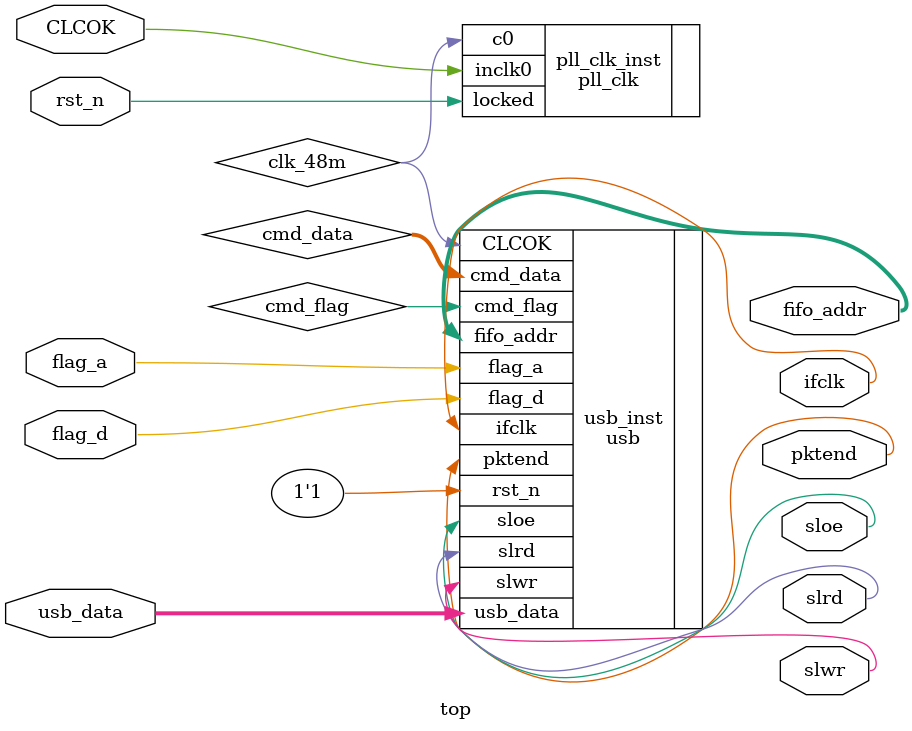
<source format=v>
/************************************************************************
 * Author        : Wen Chunyang
 * Email         : 1494640955@qq.com
 * Create time   : 2018-05-09 22:42
 * Last modified : 2018-05-09 22:42
 * Filename      : top.v
 * Description   : 
 * *********************************************************************/
module  top(
    //CLOCK 输入来自CY7C clkout --48MHz
        input                   CLCOK                     ,   
		  input                   rst_n                   ,
        //usb interface
        input                   flag_d                  ,
        input                   flag_a                  ,
        output  wire            slwr                    ,
        output  wire            slrd                    ,
        output  wire            sloe                    ,
        output  wire            pktend                  ,
        output  wire            ifclk                   ,
        output  wire [ 1: 0]    fifo_addr               ,
        inout   wire [15: 0]    usb_data                
);
//=====================================================================\
// ********** Define Parameter and Internal Signals *************
//=====================================================================/
wire                            clk_48m                         ;
reg                             rst_n1,rst_n2                   ; 

wire                            clk_48m_r                       ;
wire                            clk_24m                         ;
wire                            clk_96m                         ; 

wire                            cmd_flag    /*synthesis keep*/  ;
wire    [ 7: 0]                 cmd_data    /*synthesis keep*/  ; 
//======================================================================
// ***************      Main    Code    ****************
//======================================================================


always @(posedge CLCOK or negedge rst_n)begin
    if(!rst_n)begin
        rst_n1 <= 0;
		  rst_n2 <= 0;
    end
    else begin
        rst_n1 <= 1;
		  rst_n2 <= 1;
    end

end

pll_clk	pll_clk_inst (
        .inclk0                 (CLCOK                    ),
        .c0                     (clk_48m                ),
        .locked                 (rst_n                  )
);

usb usb_inst(
        .CLCOK                    (clk_48m                ),
        .rst_n                  (1'b1                  ),
        //usb interface
        .flag_d                 (flag_d                 ),
        .flag_a                 (flag_a                 ),
        .slwr                   (slwr                   ),
        .slrd                   (slrd                   ),
        .sloe                   (sloe                   ),
        .pktend                 (pktend                 ),
        .ifclk                  (ifclk                  ),
        .fifo_addr              (fifo_addr              ),
        .usb_data               (usb_data               ),
        //receive cmd from pc
        .cmd_flag               (cmd_flag               ),
        .cmd_data               (cmd_data               )
);




endmodule

</source>
